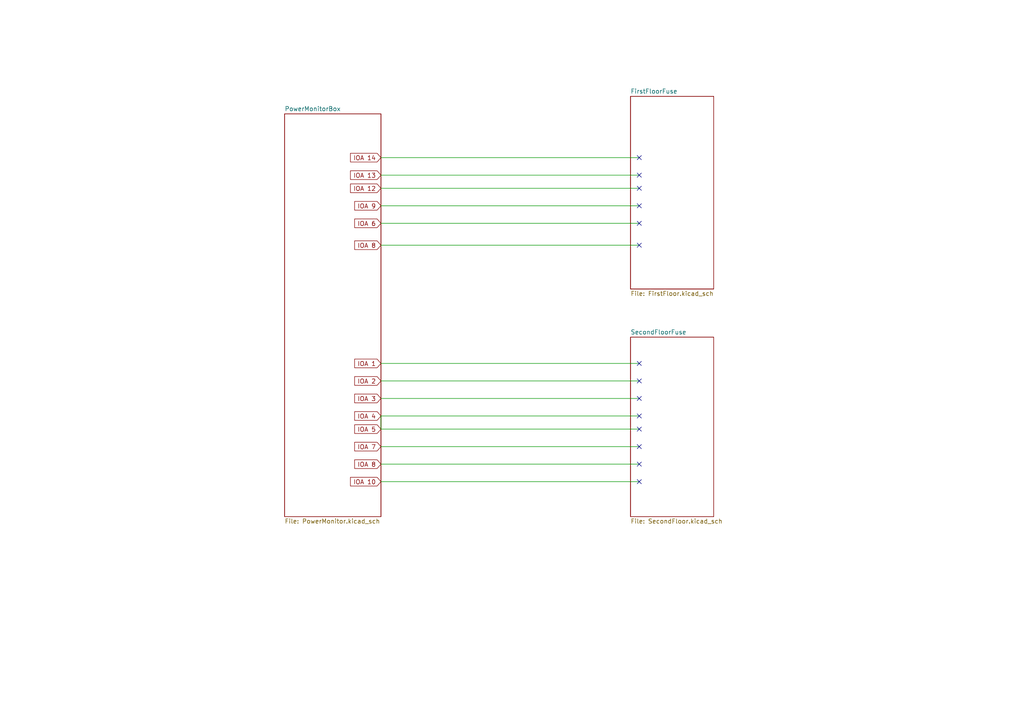
<source format=kicad_sch>
(kicad_sch (version 20230121) (generator eeschema)
  (paper "A4")
  (lib_symbols)
  (no_connect (at 185.42 124.46))
  (no_connect (at 185.42 110.49))
  (no_connect (at 185.42 45.72))
  (no_connect (at 185.42 59.69))
  (no_connect (at 185.42 115.57))
  (no_connect (at 185.42 54.61))
  (no_connect (at 185.42 105.41))
  (no_connect (at 185.42 50.8))
  (no_connect (at 185.42 134.62))
  (no_connect (at 185.42 71.12))
  (no_connect (at 185.42 64.77))
  (no_connect (at 185.42 129.54))
  (no_connect (at 185.42 120.65))
  (no_connect (at 185.42 139.7))
  (wire (pts (xy 110.49 45.72) (xy 185.42 45.72)))
  (wire (pts (xy 110.49 129.54) (xy 185.42 129.54)))
  (wire (pts (xy 110.49 105.41) (xy 185.42 105.41)))
  (wire (pts (xy 110.49 71.12) (xy 185.42 71.12)))
  (wire (pts (xy 110.49 115.57) (xy 185.42 115.57)))
  (wire (pts (xy 110.49 50.8) (xy 185.42 50.8)))
  (wire (pts (xy 110.49 54.61) (xy 185.42 54.61)))
  (wire (pts (xy 110.49 139.7) (xy 185.42 139.7)))
  (wire (pts (xy 110.49 120.65) (xy 185.42 120.65)))
  (wire (pts (xy 110.49 64.77) (xy 185.42 64.77)))
  (wire (pts (xy 110.49 110.49) (xy 185.42 110.49)))
  (wire (pts (xy 110.49 134.62) (xy 185.42 134.62)))
  (wire (pts (xy 110.49 120.65) (xy 110.49 124.46)))
  (wire (pts (xy 110.49 59.69) (xy 185.42 59.69)))
  (wire (pts (xy 110.49 124.46) (xy 185.42 124.46)))
  (global_label "IOA 2" (shape input) (at 110.49 110.49 180) (property "Intersheetrefs" "${INTERSHEET_REFS}" (effects hide)))
  (global_label "IOA 6" (shape input) (at 110.49 64.77 180) (property "Intersheetrefs" "${INTERSHEET_REFS}" (effects hide)))
  (global_label "IOA 5" (shape input) (at 110.49 124.46 180) (property "Intersheetrefs" "${INTERSHEET_REFS}" (effects hide)))
  (global_label "IOA 1" (shape input) (at 110.49 105.41 180) (property "Intersheetrefs" "${INTERSHEET_REFS}" (effects hide)))
  (global_label "IOA 9" (shape input) (at 110.49 59.69 180) (property "Intersheetrefs" "${INTERSHEET_REFS}" (effects hide)))
  (global_label "IOA 8" (shape input) (at 110.49 71.12 180) (property "Intersheetrefs" "${INTERSHEET_REFS}" (effects hide)))
  (global_label "IOA 13" (shape input) (at 110.49 50.8 180) (property "Intersheetrefs" "${INTERSHEET_REFS}" (effects hide)))
  (global_label "IOA 3" (shape input) (at 110.49 115.57 180) (property "Intersheetrefs" "${INTERSHEET_REFS}" (effects hide)))
  (global_label "IOA 7" (shape input) (at 110.49 129.54 180) (property "Intersheetrefs" "${INTERSHEET_REFS}" (effects hide)))
  (global_label "IOA 14" (shape input) (at 110.49 45.72 180) (property "Intersheetrefs" "${INTERSHEET_REFS}" (effects hide)))
  (global_label "IOA 10" (shape input) (at 110.49 139.7 180) (property "Intersheetrefs" "${INTERSHEET_REFS}" (effects hide)))
  (global_label "IOA 12" (shape input) (at 110.49 54.61 180) (property "Intersheetrefs" "${INTERSHEET_REFS}" (effects hide)))
  (global_label "IOA 4" (shape input) (at 110.49 120.65 180) (property "Intersheetrefs" "${INTERSHEET_REFS}" (effects hide)))
  (global_label "IOA 8" (shape input) (at 110.49 134.62 180) (property "Intersheetrefs" "${INTERSHEET_REFS}" (effects hide)))
  (sheet (at 82.55 33.02) (size 27.94 116.84) (stroke (width 0.1524))
    (property "Sheetname" "PowerMonitorBox" (at 82.55 32.3084 0) (effects (justify left bottom)))
    (property "Sheetfile" "PowerMonitor.kicad_sch" (at 82.55 150.4446 0) (effects (justify left top)))
  )
  (sheet (at 182.88 97.79) (size 24.13 52.07) (stroke (width 0.1524))
    (property "Sheetname" "SecondFloorFuse" (at 182.88 97.0784 0) (effects (justify left bottom)))
    (property "Sheetfile" "SecondFloor.kicad_sch" (at 182.88 150.4446 0) (effects (justify left top)))
  )
  (sheet (at 182.88 27.94) (size 24.13 55.88) (stroke (width 0.1524))
    (property "Sheetname" "FirstFloorFuse" (at 182.88 27.2284 0) (effects (justify left bottom)))
    (property "Sheetfile" "FirstFloor.kicad_sch" (at 182.88 84.4046 0) (effects (justify left top)))
  )
)
</source>
